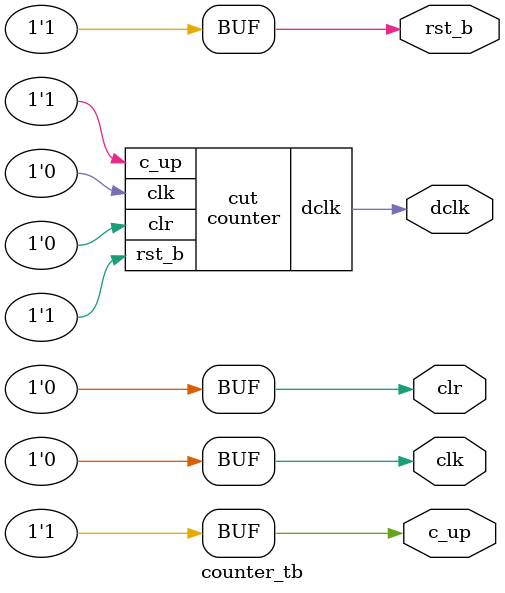
<source format=v>
module counter(
  input clk,
  input clr,
  input rst_b,
  input c_up,
  output dclk);
  
  reg [5:0] st;
  wire [5:0] st_nxt;
  
  assign st_nxt[0] = (st[0] & (~c_up|clr)) | clr |
                    (st[5] & (clr |c_up));
  assign st_nxt[1] = (st[0] & (c_up& ~clr)) | (st[1] & (~c_up & ~clr));
  assign st_nxt[2] = (st[1] & (c_up&~clr)) | (st[2] & (~c_up & ~clr));
  assign st_nxt[3] = (st[2] & (c_up& ~clr)) | (st[3] & (~c_up & ~clr));
  assign st_nxt[4] = (st[3] & (c_up& ~clr)) | (st[4] & (~c_up & ~clr));
  assign st_nxt[5] = (st[4] & (c_up& ~clr))| (st[5] & (~c_up & ~clr));
  
  assign dclk = st[0] | st[1] |st[2] | st[3];
  
  always @ (posedge clk,negedge rst_b)
  if(!rst_b) st = 6'd1;
  else st <= st_nxt;
  endmodule
  
  module counter_tb(
    output reg clk,clr,rst_b,c_up,
    output dclk);
    
    counter cut(
    .clk(clk),
    .clr(clr),
    .rst_b(rst_b),
    .c_up(c_up),
    .dclk(dclk));
    
    
    initial begin
      clk=0;
      repeat(40) #50 clk=~clk;
    end
    
    initial begin 
      rst_b = 0;
      #50 rst_b = 1;
       
    end
    
    initial begin 
      c_up=1;
      #300 c_up = 0;
      #100 c_up = 1;
      //#100 c_up = 1;
    end
    initial begin 
      clr = 0;
      #200 clr = 0;
      #500 clr =1;
      #100 clr = 0;
    end
    
  endmodule
      
 
</source>
